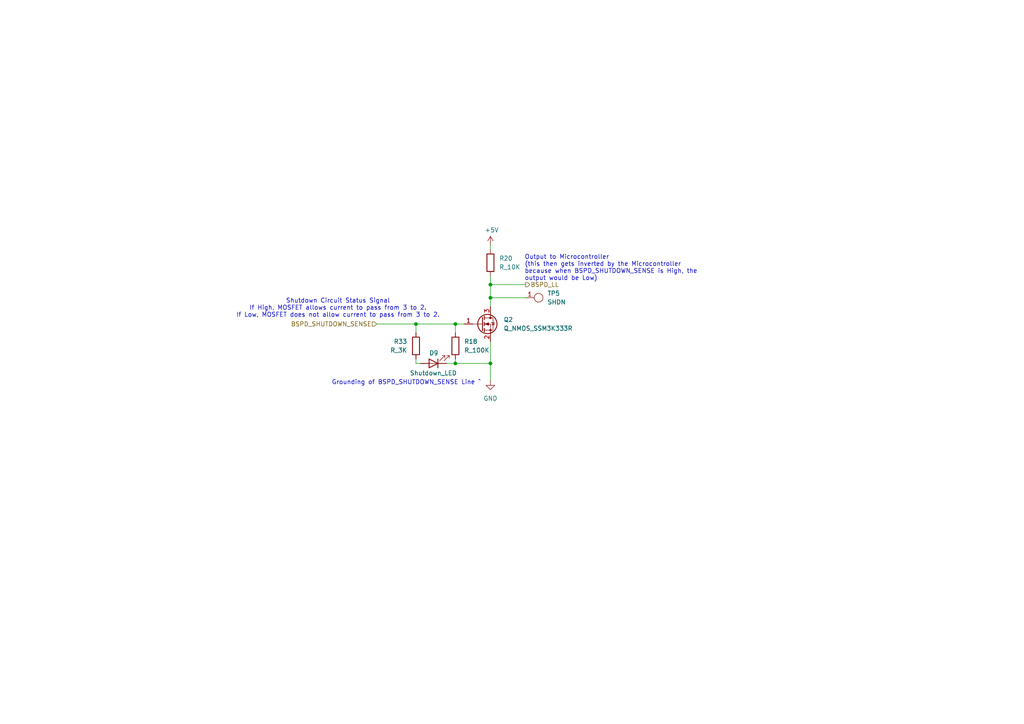
<source format=kicad_sch>
(kicad_sch (version 20231120) (generator "eeschema") (generator_version "8.0")
  (paper "A4")
  (title_block (title "Shutdown Circuit Sensor") (date "2024-10-22") (rev "2") (company "Olin Electric Motorsports") (comment 1 "Rev. by Henry Tejada Deras") (comment 2 "By Ian Walsh"))
  (lib_symbols
    (symbol "GND_4" (power) (pin_numbers hide) (pin_names (offset 0) hide)
      (property "Value" "GND" (at 0 -3.81 0))
      (symbol "GND_4_0_1"
        (polyline (pts (xy 0 0) (xy 0 -1.27) (xy 1.27 -1.27) (xy 0 -2.54) (xy -1.27 -1.27) (xy 0 -1.27)))
      )
      (symbol "GND_4_1_1"
        (pin power_in line (at 0 0 270) (length 0) (name "~") (number "1"))
      )
    )
    (symbol "OEM:LED_BLUE" (pin_numbers hide) (pin_names (offset 1.016) hide)
      (property "Reference" "D" (at 0 2.54 0))
      (property "Value" "LED_BLUE" (at 0 -2.54 0))
      (symbol "LED_BLUE_0_1"
        (polyline (pts (xy -1.27 -1.27) (xy -1.27 1.27)) (stroke (width 0.254)))
        (polyline (pts (xy -1.27 0) (xy 1.27 0)))
        (polyline (pts (xy 1.27 -1.27) (xy 1.27 1.27) (xy -1.27 0) (xy 1.27 -1.27)) (stroke (width 0.254)))
        (polyline (pts (xy -3.048 -0.762) (xy -4.572 -2.286) (xy -3.81 -2.286) (xy -4.572 -2.286) (xy -4.572 -1.524)))
        (polyline (pts (xy -1.778 -0.762) (xy -3.302 -2.286) (xy -2.54 -2.286) (xy -3.302 -2.286) (xy -3.302 -1.524)))
      )
      (symbol "LED_BLUE_1_1"
        (pin passive line (at -3.81 0 0) (length 2.54) (name "K") (number "1"))
        (pin passive line (at 3.81 0 180) (length 2.54) (name "A") (number "2"))
      )
    )
    (symbol "OEM:Q_NMOS_SSM3K333R" (pin_names (offset 0) hide)
      (property "Reference" "Q" (at 5.08 1.27 0))
      (property "Value" "Q_NMOS_SSM3K333R" (at 5.08 -1.27 0))
      (symbol "Q_NMOS_SSM3K333R_0_1"
        (polyline (pts (xy 0.254 0) (xy -2.54 0)))
        (polyline (pts (xy 0.254 1.905) (xy 0.254 -1.905)) (stroke (width 0.254)))
        (polyline (pts (xy 0.762 -1.27) (xy 0.762 -2.286)) (stroke (width 0.254)))
        (polyline (pts (xy 0.762 0.508) (xy 0.762 -0.508)) (stroke (width 0.254)))
        (polyline (pts (xy 0.762 2.286) (xy 0.762 1.27)) (stroke (width 0.254)))
        (polyline (pts (xy 2.54 2.54) (xy 2.54 1.778)))
        (polyline (pts (xy 2.54 -2.54) (xy 2.54 0) (xy 0.762 0)))
        (polyline (pts (xy 0.762 -1.778) (xy 3.302 -1.778) (xy 3.302 1.778) (xy 0.762 1.778)))
        (polyline (pts (xy 1.016 0) (xy 2.032 0.381) (xy 2.032 -0.381) (xy 1.016 0)) (fill (type outline)))
        (polyline (pts (xy 2.794 0.508) (xy 2.921 0.381) (xy 3.683 0.381) (xy 3.81 0.254)))
        (polyline (pts (xy 3.302 0.381) (xy 2.921 -0.254) (xy 3.683 -0.254) (xy 3.302 0.381)))
        (circle (center 1.651 0) (radius 2.794) (stroke (width 0.254)))
        (circle (center 2.54 -1.778) (radius 0.254) (fill (type outline)))
        (circle (center 2.54 1.778) (radius 0.254) (fill (type outline)))
      )
      (symbol "Q_NMOS_SSM3K333R_1_1"
        (pin input line (at -5.08 0 0) (length 2.54) (name "G") (number "1"))
        (pin passive line (at 2.54 -5.08 90) (length 2.54) (name "S") (number "2"))
        (pin passive line (at 2.54 5.08 270) (length 2.54) (name "D") (number "3"))
      )
    )
    (symbol "OEM:R_100K" (pin_numbers hide) (pin_names (offset 0))
      (property "Reference" "R" (at 2.032 0 90))
      (property "Value" "R_100K" (at 0 0 90))
      (symbol "R_100K_0_1"
        (rectangle (start -1.016 -2.54) (end 1.016 2.54) (stroke (width 0.254)))
      )
      (symbol "R_100K_1_1"
        (pin passive line (at 0 3.81 270) (length 1.27) (name "~") (number "1"))
        (pin passive line (at 0 -3.81 90) (length 1.27) (name "~") (number "2"))
      )
    )
    (symbol "OEM:R_10K" (pin_numbers hide) (pin_names (offset 0))
      (property "Reference" "R" (at 2.032 0 90))
      (property "Value" "R_10K" (at 0 0 90))
      (symbol "R_10K_0_1"
        (rectangle (start -1.016 -2.54) (end 1.016 2.54) (stroke (width 0.254)))
      )
      (symbol "R_10K_1_1"
        (pin passive line (at 0 3.81 270) (length 1.27) (name "~") (number "1"))
        (pin passive line (at 0 -3.81 90) (length 1.27) (name "~") (number "2"))
      )
    )
    (symbol "OEM:R_3K" (pin_numbers hide) (pin_names (offset 0))
      (property "Reference" "R" (at 2.032 0 90))
      (property "Value" "R_3K" (at 0 0 90))
      (symbol "R_3K_0_1"
        (rectangle (start -1.016 -2.54) (end 1.016 2.54) (stroke (width 0.254)))
      )
      (symbol "R_3K_1_1"
        (pin passive line (at 0 3.81 270) (length 1.27) (name "~") (number "1"))
        (pin passive line (at 0 -3.81 90) (length 1.27) (name "~") (number "2"))
      )
    )
    (symbol "TP_SMD_1" (pin_names (offset 1.016))
      (property "Reference" "TP" (at 0 7.62 0))
      (property "Value" "TP_SMD" (at 1.27 5.08 0))
      (symbol "TP_SMD_1_1_1"
        (circle (center 0 2.54) (radius 1.27))
        (pin input line (at 0 -1.27 90) (length 2.54) (name "~") (number "1"))
      )
    )
    (symbol "power:+5V" (power) (pin_names (offset 0))
      (property "Value" "+5V" (at 0 3.556 0))
      (symbol "+5V_0_1"
        (polyline (pts (xy -0.762 1.27) (xy 0 2.54)))
        (polyline (pts (xy 0 0) (xy 0 2.54)))
        (polyline (pts (xy 0 2.54) (xy 0.762 1.27)))
      )
      (symbol "+5V_1_1"
        (pin power_in line (at 0 0 90) (length 0) hide (name "+5V") (number "1"))
      )
    )
  )
  (junction (at 120.65 93.98))
  (junction (at 142.24 82.55))
  (junction (at 132.08 105.41))
  (junction (at 142.24 86.36))
  (junction (at 132.08 93.98))
  (junction (at 142.24 105.41))
  (wire (pts (xy 132.08 104.14) (xy 132.08 105.41)))
  (wire (pts (xy 142.24 105.41) (xy 142.24 110.49)))
  (wire (pts (xy 132.08 93.98) (xy 132.08 96.52)))
  (wire (pts (xy 132.08 93.98) (xy 134.62 93.98)))
  (wire (pts (xy 142.24 86.36) (xy 142.24 88.9)))
  (wire (pts (xy 120.65 105.41) (xy 121.92 105.41)))
  (wire (pts (xy 142.24 86.36) (xy 152.4 86.36)))
  (wire (pts (xy 142.24 82.55) (xy 142.24 86.36)))
  (wire (pts (xy 120.65 93.98) (xy 132.08 93.98)))
  (wire (pts (xy 142.24 71.12) (xy 142.24 72.39)))
  (wire (pts (xy 120.65 93.98) (xy 120.65 96.52)))
  (wire (pts (xy 120.65 104.14) (xy 120.65 105.41)))
  (wire (pts (xy 142.24 82.55) (xy 152.4 82.55)))
  (wire (pts (xy 109.22 93.98) (xy 120.65 93.98)))
  (wire (pts (xy 132.08 105.41) (xy 142.24 105.41)))
  (wire (pts (xy 142.24 80.01) (xy 142.24 82.55)))
  (wire (pts (xy 142.24 99.06) (xy 142.24 105.41)))
  (wire (pts (xy 129.54 105.41) (xy 132.08 105.41)))
  (text "Output to Microcontroller\n(this then gets inverted by the Microcontroller \nbecause when BSPD_SHUTDOWN_SENSE is High, the \noutput would be Low)" (at 152.146 77.724 0) (effects (font (size 1.27 1.27)) (justify left)))
  (text "Grounding of BSPD_SHUTDOWN_SENSE Line ^" (at 117.856 110.998 0) (effects (font (size 1.27 1.27))))
  (text "Shutdown Circuit Status Signal\nIf High, MOSFET allows current to pass from 3 to 2.\nIf Low, MOSFET does not allow current to pass from 3 to 2." (at 98.044 89.408 0) (effects (font (size 1.27 1.27))))
  (hierarchical_label "BSPD_SHUTDOWN_SENSE" (shape input) (at 109.22 93.98 180))
  (hierarchical_label "BSPD_LL" (shape output) (at 152.4 82.55 0))
  (symbol (lib_id "OEM:LED_BLUE") (at 125.73 105.41 180) (unit 1)
    (property "Reference" "D9" (at 124.46 103.124 0) (effects (justify right top)))
    (property "Value" "Shutdown_LED" (at 118.872 108.204 0) (effects (justify right)))
    (property "Footprint" "OEM:CHIPLED_0805" (effects (hide yes)))
    (property "Datasheet" "${OEM_DIR}/parts/datasheets/lite-on_LTST-C171TBKT.pdf" (effects (hide yes)))
    (property "MFN" "Lite-On" (effects (hide yes)))
    (property "MPN" "LTST-C171TBKT" (effects (hide yes)))
    (property "DKPN" "160-1645-6-ND" (effects (hide yes)))
    (property "Package" "0805" (effects (hide yes)))
    (property "NewDesigns" "Yes" (effects (hide yes)))
    (property "Stocked" "Digi-Reel" (effects (hide yes)))
    (property "Style" "SMD" (effects (hide yes)))
  )
  (symbol (lib_name "TP_SMD_1") (lib_id "OEM:TP_SMD") (at 153.67 86.36 270) (unit 1)
    (property "Reference" "TP5" (at 158.75 85.0899 90) (effects (justify left)))
    (property "Value" "SHDN" (at 158.75 87.6299 90) (effects (justify left)))
    (property "Footprint" "OEM:Test_Point_SMD" (effects (hide yes)))
    (property "Description" "test point SMD hook" (effects (hide yes)))
    (property "MPN" "5019" (effects (hide yes)))
    (property "MFN" "Keystone" (effects (hide yes)))
    (property "DKPN" "36-5019TR-ND" (effects (hide yes)))
    (property "NewDesigns" "YES" (effects (hide yes)))
    (property "Stocked" "Reel" (effects (hide yes)))
    (property "Package" "Custom" (effects (hide yes)))
    (property "Style" "SMD" (effects (hide yes)))
  )
  (symbol (lib_id "OEM:R_3K") (at 120.65 100.33 0) (mirror x) (unit 1)
    (property "Reference" "R33" (at 118.11 99.0599 0) (effects (justify right)))
    (property "Value" "R_3K" (at 118.11 101.5999 0) (effects (justify right)))
    (property "Footprint" "OEM:R_0603" (effects (hide yes)))
    (property "Datasheet" "https://www.yageo.com/upload/media/product/productsearch/datasheet/rchip/PYu-YC_TC_group_51_RoHS_L_9.pdf" (effects (hide yes)))
    (property "Description" "Resistor 3K ohm 0603 1/10W 1%" (effects (hide yes)))
    (property "MPN" "RC0603FR-103KL" (effects (hide yes)))
    (property "DKPN" "13-RC0603FR-103KLDKR-ND" (effects (hide yes)))
    (property "MFN" "Yageo" (effects (hide yes)))
    (property "NewDesigns" "YES" (effects (hide yes)))
    (property "Stocked" "Digi-Reel" (effects (hide yes)))
    (property "Package" "0603" (effects (hide yes)))
    (property "Style" "SMD" (effects (hide yes)))
  )
  (symbol (lib_id "OEM:Q_NMOS_SSM3K333R") (at 139.7 93.98 0) (unit 1)
    (property "Reference" "Q2" (at 146.05 92.7099 0) (effects (justify left)))
    (property "Value" "Q_NMOS_SSM3K333R" (at 146.05 95.2499 0) (effects (justify left)))
    (property "Footprint" "OEM:SOT-23F" (effects (hide yes)))
    (property "Datasheet" "${OEM_DIR}/parts/datasheets/toshiba_SSM3K333R.pdf" (effects (hide yes)))
    (property "Description" "N-MOSFET transistor 30V 6A 5V drive" (effects (hide yes)))
    (property "MPN" "SSM3K333R,LF" (effects (hide yes)))
    (property "MFN" "Toshiba" (effects (hide yes)))
    (property "DKPN" "SSM3K333RLFDKR-ND" (effects (hide yes)))
    (property "Package" "SOT-23" (effects (hide yes)))
    (property "NewDesigns" "YES" (effects (hide yes)))
    (property "Stocked" "Digi-Reel" (effects (hide yes)))
    (property "Style" "SMD" (effects (hide yes)))
  )
  (symbol (lib_id "OEM:R_100K") (at 132.08 100.33 0) (unit 1)
    (property "Reference" "R18" (at 134.62 99.0599 0) (effects (justify left)))
    (property "Value" "R_100K" (at 134.62 101.5999 0) (effects (justify left)))
    (property "Footprint" "OEM:R_0603" (effects (hide yes)))
    (property "Datasheet" "${OEM_DIR}/parts/datasheets/stackpole_RMCF_RMCP.pdf" (effects (hide yes)))
    (property "Description" "Resistor 100K ohms 0603 1/10W 1%" (effects (hide yes)))
    (property "MPN" "RMCF0603FT100K" (effects (hide yes)))
    (property "MFN" "Stackpole Electronics" (effects (hide yes)))
    (property "DKPN" "RMCF0603FT100KTR-ND" (effects (hide yes)))
    (property "NewDesigns" "YES" (effects (hide yes)))
    (property "Stocked" "Reel" (effects (hide yes)))
    (property "Package" "0603" (effects (hide yes)))
    (property "Style" "SMD" (effects (hide yes)))
  )
  (symbol (lib_id "power:+5V") (at 142.24 71.12 0) (unit 1)
    (property "Reference" "#PWR?" (effects (hide yes)))
    (property "Value" "+5V" (at 142.621 66.7258 0))
  )
  (symbol (lib_name "GND_4") (lib_id "power:GND") (at 142.24 110.49 0) (unit 1)
    (property "Reference" "#PWR?" (effects (hide yes)))
    (property "Value" "GND" (at 142.24 115.57 0))
    (property "Description" "Power symbol creates a global label with name \"GND\" , ground" (effects (hide yes)))
  )
  (symbol (lib_id "OEM:R_10K") (at 142.24 76.2 0) (unit 1)
    (property "Reference" "R20" (at 144.78 74.9299 0) (effects (justify left)))
    (property "Value" "R_10K" (at 144.78 77.4699 0) (effects (justify left)))
    (property "Footprint" "OEM:R_0603" (effects (hide yes)))
    (property "Datasheet" "${OEM_DIR}/parts/datasheets/stackpole_RMCF_RMCP.pdf" (effects (hide yes)))
    (property "Description" "Resistor 10K ohm 0603 1/10W 1%" (effects (hide yes)))
    (property "MPN" "RMCF0603FT10K0" (effects (hide yes)))
    (property "MFN" "Stackpole Electronics" (effects (hide yes)))
    (property "DKPN" "RMCF0603FT10K0TR-ND" (effects (hide yes)))
    (property "Package" "0603" (effects (hide yes)))
    (property "NewDesigns" "YES" (effects (hide yes)))
    (property "Stocked" "Reel" (effects (hide yes)))
    (property "Style" "SMD" (effects (hide yes)))
  )
)
</source>
